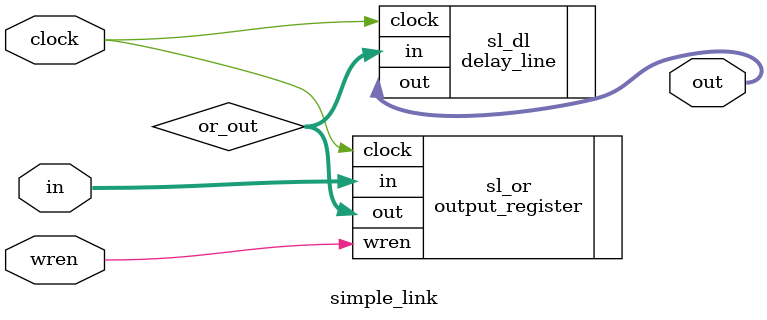
<source format=v>


module simple_link
#(
    parameter       WIDTH           = 0,
    parameter       DEPTH           = 0
)
(
    input   wire                    clock,
    input   wire    [WIDTH-1:0]     in,
    input   wire                    wren,
    output  wire    [WIDTH-1:0]     out
);

    wire    [WIDTH-1:0]     or_out;

    output_register
    #(
        .WIDTH  (WIDTH)
    )
    sl_or
    (
        .clock  (clock),
        .in     (in),
        .wren   (wren),
        .out    (or_out)
    );

    delay_line
    #(
        .WIDTH  (WIDTH),
        .DEPTH  (DEPTH)
    )
    sl_dl
    (
        .clock  (clock),
        .in     (or_out),
        .out    (out)
    );

endmodule


</source>
